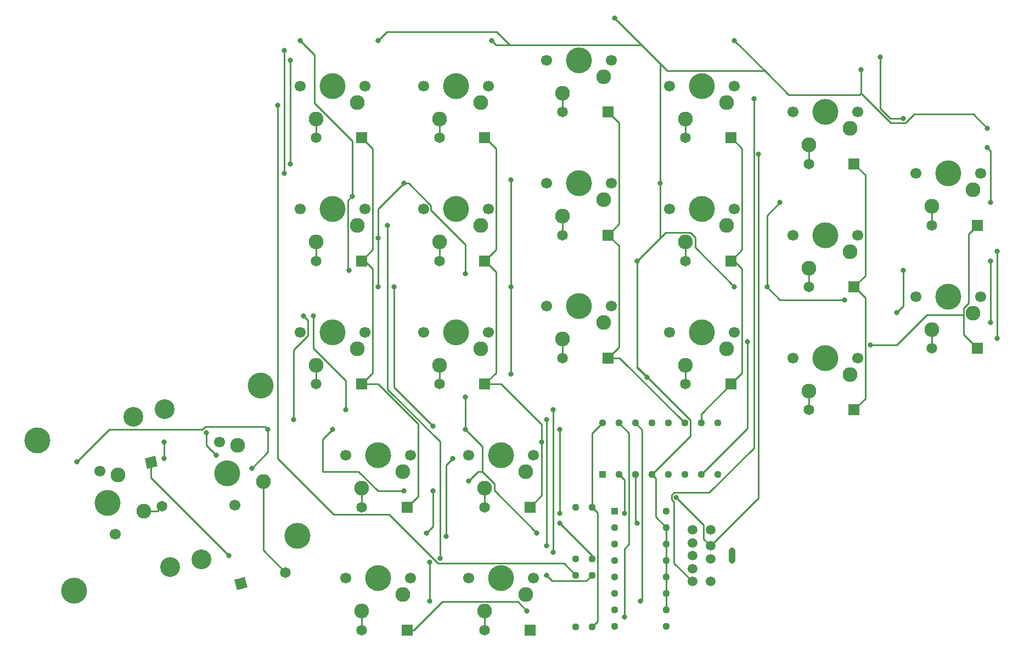
<source format=gbr>
%TF.GenerationSoftware,KiCad,Pcbnew,(5.1.10)-1*%
%TF.CreationDate,2021-06-29T07:08:46-05:00*%
%TF.ProjectId,RightHand,4d696e69-2e6b-4696-9361-645f70636258,rev?*%
%TF.SameCoordinates,Original*%
%TF.FileFunction,Copper,L1,Top*%
%TF.FilePolarity,Positive*%
%FSLAX46Y46*%
G04 Gerber Fmt 4.6, Leading zero omitted, Abs format (unit mm)*
G04 Created by KiCad (PCBNEW (5.1.10)-1) date 2021-06-29 07:08:46*
%MOMM*%
%LPD*%
G01*
G04 APERTURE LIST*
%TA.AperFunction,ComponentPad*%
%ADD10C,3.050000*%
%TD*%
%TA.AperFunction,ComponentPad*%
%ADD11C,4.000000*%
%TD*%
%TA.AperFunction,ComponentPad*%
%ADD12C,1.700000*%
%TD*%
%TA.AperFunction,ComponentPad*%
%ADD13C,2.286000*%
%TD*%
%TA.AperFunction,ComponentPad*%
%ADD14C,1.651000*%
%TD*%
%TA.AperFunction,ComponentPad*%
%ADD15C,0.100000*%
%TD*%
%TA.AperFunction,ComponentPad*%
%ADD16R,1.651000X1.651000*%
%TD*%
%TA.AperFunction,ComponentPad*%
%ADD17C,1.130000*%
%TD*%
%TA.AperFunction,ComponentPad*%
%ADD18C,1.500000*%
%TD*%
%TA.AperFunction,ComponentPad*%
%ADD19O,1.000000X2.500000*%
%TD*%
%TA.AperFunction,ComponentPad*%
%ADD20R,1.130000X1.130000*%
%TD*%
%TA.AperFunction,ViaPad*%
%ADD21C,0.800000*%
%TD*%
%TA.AperFunction,Conductor*%
%ADD22C,0.250000*%
%TD*%
G04 APERTURE END LIST*
D10*
%TO.P,KT2_2,HOLE*%
%TO.N,N/C*%
X74936629Y-87772009D03*
X69240450Y-64581322D03*
D11*
X60136543Y-91407259D03*
X54440364Y-68216572D03*
X65290600Y-77846400D03*
D12*
%TO.P,KT2_2,POST*%
X66483267Y-82702071D03*
X64097933Y-72990729D03*
D13*
%TO.P,KT2_2,1*%
%TO.N,C2*%
X66848469Y-73540503D03*
%TO.P,KT2_2,2*%
%TO.N,Net-(KT2_2-Pad2)*%
X70829837Y-79101331D03*
D14*
%TO.P,KT2_2,3*%
X73665549Y-78404813D03*
%TA.AperFunction,ComponentPad*%
D15*
%TO.P,KT2_2,4*%
%TO.N,R0*%
G36*
X72994396Y-72211635D02*
G01*
X71391053Y-72605454D01*
X70997234Y-71002111D01*
X72600577Y-70608292D01*
X72994396Y-72211635D01*
G37*
%TD.AperFunction*%
%TD*%
D11*
%TO.P,KT2_1,HOLE*%
%TO.N,N/C*%
X88896257Y-59753541D03*
X94592436Y-82944228D03*
D10*
X79792350Y-86579478D03*
X74096171Y-63388791D03*
D11*
X83742200Y-73314400D03*
D12*
%TO.P,KT2_1,POST*%
X84934867Y-78170071D03*
X82549533Y-68458729D03*
D13*
%TO.P,KT2_1,1*%
%TO.N,C2*%
X85300069Y-69008503D03*
%TO.P,KT2_1,2*%
%TO.N,Net-(KT2_1-Pad2)*%
X89281437Y-74569331D03*
D14*
%TO.P,KT2_1,3*%
X92730631Y-88611933D03*
%TA.AperFunction,ComponentPad*%
D15*
%TO.P,KT2_1,4*%
%TO.N,R1*%
G36*
X86853581Y-90905512D02*
G01*
X85250238Y-91299331D01*
X84856419Y-89695988D01*
X86459762Y-89302169D01*
X86853581Y-90905512D01*
G37*
%TD.AperFunction*%
%TD*%
D11*
%TO.P,KBACK1,HOLE*%
%TO.N,N/C*%
X195000000Y-27000000D03*
D12*
%TO.P,KBACK1,POST*%
X190000000Y-27000000D03*
X200000000Y-27000000D03*
D13*
%TO.P,KBACK1,1*%
%TO.N,C0*%
X198810000Y-29540000D03*
%TO.P,KBACK1,2*%
%TO.N,Net-(KBACKSPACE1-Pad2)*%
X192460000Y-32080000D03*
D14*
%TO.P,KBACK1,3*%
X192460000Y-35000000D03*
D16*
%TO.P,KBACK1,4*%
%TO.N,R7*%
X199460000Y-35000000D03*
%TD*%
D11*
%TO.P,KCOMMA1,HOLE*%
%TO.N,N/C*%
X138000000Y-47500000D03*
D12*
%TO.P,KCOMMA1,POST*%
X133000000Y-47500000D03*
X143000000Y-47500000D03*
D13*
%TO.P,KCOMMA1,1*%
%TO.N,C2*%
X141810000Y-50040000D03*
%TO.P,KCOMMA1,2*%
%TO.N,Net-(KCOMMA1-Pad2)*%
X135460000Y-52580000D03*
D14*
%TO.P,KCOMMA1,3*%
X135460000Y-55500000D03*
D16*
%TO.P,KCOMMA1,4*%
%TO.N,R4*%
X142460000Y-55500000D03*
%TD*%
D11*
%TO.P,KENTER1,HOLE*%
%TO.N,N/C*%
X195000000Y-46000000D03*
D12*
%TO.P,KENTER1,POST*%
X190000000Y-46000000D03*
X200000000Y-46000000D03*
D13*
%TO.P,KENTER1,1*%
%TO.N,C1*%
X198810000Y-48540000D03*
%TO.P,KENTER1,2*%
%TO.N,Net-(KENTER1-Pad2)*%
X192460000Y-51080000D03*
D14*
%TO.P,KENTER1,3*%
X192460000Y-54000000D03*
D16*
%TO.P,KENTER1,4*%
%TO.N,R7*%
X199460000Y-54000000D03*
%TD*%
D11*
%TO.P,KFSLASH1,HOLE*%
%TO.N,N/C*%
X176000000Y-55500000D03*
D12*
%TO.P,KFSLASH1,POST*%
X171000000Y-55500000D03*
X181000000Y-55500000D03*
D13*
%TO.P,KFSLASH1,1*%
%TO.N,C2*%
X179810000Y-58040000D03*
%TO.P,KFSLASH1,2*%
%TO.N,Net-(KFSLASH1-Pad2)*%
X173460000Y-60580000D03*
D14*
%TO.P,KFSLASH1,3*%
X173460000Y-63500000D03*
D16*
%TO.P,KFSLASH1,4*%
%TO.N,R6*%
X180460000Y-63500000D03*
%TD*%
D11*
%TO.P,KH1,HOLE*%
%TO.N,N/C*%
X100000000Y-32500000D03*
D12*
%TO.P,KH1,POST*%
X95000000Y-32500000D03*
X105000000Y-32500000D03*
D13*
%TO.P,KH1,1*%
%TO.N,C1*%
X103810000Y-35040000D03*
%TO.P,KH1,2*%
%TO.N,Net-(KH1-Pad2)*%
X97460000Y-37580000D03*
D14*
%TO.P,KH1,3*%
X97460000Y-40500000D03*
D16*
%TO.P,KH1,4*%
%TO.N,R2*%
X104460000Y-40500000D03*
%TD*%
D11*
%TO.P,KI1,HOLE*%
%TO.N,N/C*%
X138000000Y-9500000D03*
D12*
%TO.P,KI1,POST*%
X133000000Y-9500000D03*
X143000000Y-9500000D03*
D13*
%TO.P,KI1,1*%
%TO.N,C0*%
X141810000Y-12040000D03*
%TO.P,KI1,2*%
%TO.N,Net-(KI1-Pad2)*%
X135460000Y-14580000D03*
D14*
%TO.P,KI1,3*%
X135460000Y-17500000D03*
D16*
%TO.P,KI1,4*%
%TO.N,R4*%
X142460000Y-17500000D03*
%TD*%
D11*
%TO.P,KJ1,HOLE*%
%TO.N,N/C*%
X119000000Y-32500000D03*
D12*
%TO.P,KJ1,POST*%
X114000000Y-32500000D03*
X124000000Y-32500000D03*
D13*
%TO.P,KJ1,1*%
%TO.N,C1*%
X122810000Y-35040000D03*
%TO.P,KJ1,2*%
%TO.N,Net-(KJ1-Pad2)*%
X116460000Y-37580000D03*
D14*
%TO.P,KJ1,3*%
X116460000Y-40500000D03*
D16*
%TO.P,KJ1,4*%
%TO.N,R3*%
X123460000Y-40500000D03*
%TD*%
D11*
%TO.P,KK1,HOLE*%
%TO.N,N/C*%
X138000000Y-28500000D03*
D12*
%TO.P,KK1,POST*%
X133000000Y-28500000D03*
X143000000Y-28500000D03*
D13*
%TO.P,KK1,1*%
%TO.N,C1*%
X141810000Y-31040000D03*
%TO.P,KK1,2*%
%TO.N,Net-(KK1-Pad2)*%
X135460000Y-33580000D03*
D14*
%TO.P,KK1,3*%
X135460000Y-36500000D03*
D16*
%TO.P,KK1,4*%
%TO.N,R4*%
X142460000Y-36500000D03*
%TD*%
D11*
%TO.P,KL1,HOLE*%
%TO.N,N/C*%
X157000000Y-32500000D03*
D12*
%TO.P,KL1,POST*%
X152000000Y-32500000D03*
X162000000Y-32500000D03*
D13*
%TO.P,KL1,1*%
%TO.N,C1*%
X160810000Y-35040000D03*
%TO.P,KL1,2*%
%TO.N,Net-(KL1-Pad2)*%
X154460000Y-37580000D03*
D14*
%TO.P,KL1,3*%
X154460000Y-40500000D03*
D16*
%TO.P,KL1,4*%
%TO.N,R5*%
X161460000Y-40500000D03*
%TD*%
D11*
%TO.P,KM1,HOLE*%
%TO.N,N/C*%
X119000000Y-51500000D03*
D12*
%TO.P,KM1,POST*%
X114000000Y-51500000D03*
X124000000Y-51500000D03*
D13*
%TO.P,KM1,1*%
%TO.N,C2*%
X122810000Y-54040000D03*
%TO.P,KM1,2*%
%TO.N,Net-(KM1-Pad2)*%
X116460000Y-56580000D03*
D14*
%TO.P,KM1,3*%
X116460000Y-59500000D03*
D16*
%TO.P,KM1,4*%
%TO.N,R3*%
X123460000Y-59500000D03*
%TD*%
D11*
%TO.P,KN1,HOLE*%
%TO.N,N/C*%
X100000000Y-51500000D03*
D12*
%TO.P,KN1,POST*%
X95000000Y-51500000D03*
X105000000Y-51500000D03*
D13*
%TO.P,KN1,1*%
%TO.N,C2*%
X103810000Y-54040000D03*
%TO.P,KN1,2*%
%TO.N,Net-(KN1-Pad2)*%
X97460000Y-56580000D03*
D14*
%TO.P,KN1,3*%
X97460000Y-59500000D03*
D16*
%TO.P,KN1,4*%
%TO.N,R2*%
X104460000Y-59500000D03*
%TD*%
D11*
%TO.P,KO1,HOLE*%
%TO.N,N/C*%
X157000000Y-13500000D03*
D12*
%TO.P,KO1,POST*%
X152000000Y-13500000D03*
X162000000Y-13500000D03*
D13*
%TO.P,KO1,1*%
%TO.N,C0*%
X160810000Y-16040000D03*
%TO.P,KO1,2*%
%TO.N,Net-(KO1-Pad2)*%
X154460000Y-18580000D03*
D14*
%TO.P,KO1,3*%
X154460000Y-21500000D03*
D16*
%TO.P,KO1,4*%
%TO.N,R5*%
X161460000Y-21500000D03*
%TD*%
D11*
%TO.P,KP1,HOLE*%
%TO.N,N/C*%
X176000000Y-17500000D03*
D12*
%TO.P,KP1,POST*%
X171000000Y-17500000D03*
X181000000Y-17500000D03*
D13*
%TO.P,KP1,1*%
%TO.N,C0*%
X179810000Y-20040000D03*
%TO.P,KP1,2*%
%TO.N,Net-(KP1-Pad2)*%
X173460000Y-22580000D03*
D14*
%TO.P,KP1,3*%
X173460000Y-25500000D03*
D16*
%TO.P,KP1,4*%
%TO.N,R6*%
X180460000Y-25500000D03*
%TD*%
D11*
%TO.P,KPERIOD1,HOLE*%
%TO.N,N/C*%
X157000000Y-51500000D03*
D12*
%TO.P,KPERIOD1,POST*%
X152000000Y-51500000D03*
X162000000Y-51500000D03*
D13*
%TO.P,KPERIOD1,1*%
%TO.N,C2*%
X160810000Y-54040000D03*
%TO.P,KPERIOD1,2*%
%TO.N,Net-(KPERIOD1-Pad2)*%
X154460000Y-56580000D03*
D14*
%TO.P,KPERIOD1,3*%
X154460000Y-59500000D03*
D16*
%TO.P,KPERIOD1,4*%
%TO.N,R5*%
X161460000Y-59500000D03*
%TD*%
D11*
%TO.P,KCOLON1,HOLE*%
%TO.N,N/C*%
X176000000Y-36500000D03*
D12*
%TO.P,KCOLON1,POST*%
X171000000Y-36500000D03*
X181000000Y-36500000D03*
D13*
%TO.P,KCOLON1,1*%
%TO.N,C1*%
X179810000Y-39040000D03*
%TO.P,KCOLON1,2*%
%TO.N,Net-(KSEMICOLON1-Pad2)*%
X173460000Y-41580000D03*
D14*
%TO.P,KCOLON1,3*%
X173460000Y-44500000D03*
D16*
%TO.P,KCOLON1,4*%
%TO.N,R6*%
X180460000Y-44500000D03*
%TD*%
D11*
%TO.P,KTG_A1,HOLE*%
%TO.N,N/C*%
X107000000Y-70500000D03*
D12*
%TO.P,KTG_A1,POST*%
X102000000Y-70500000D03*
X112000000Y-70500000D03*
D13*
%TO.P,KTG_A1,1*%
%TO.N,C3*%
X110810000Y-73040000D03*
%TO.P,KTG_A1,2*%
%TO.N,Net-(KTG_A1-Pad2)*%
X104460000Y-75580000D03*
D14*
%TO.P,KTG_A1,3*%
X104460000Y-78500000D03*
D16*
%TO.P,KTG_A1,4*%
%TO.N,R2*%
X111460000Y-78500000D03*
%TD*%
D11*
%TO.P,KTG_B1,HOLE*%
%TO.N,N/C*%
X126000000Y-70500000D03*
D12*
%TO.P,KTG_B1,POST*%
X121000000Y-70500000D03*
X131000000Y-70500000D03*
D13*
%TO.P,KTG_B1,1*%
%TO.N,C3*%
X129810000Y-73040000D03*
%TO.P,KTG_B1,2*%
%TO.N,Net-(KTG_B1-Pad2)*%
X123460000Y-75580000D03*
D14*
%TO.P,KTG_B1,3*%
X123460000Y-78500000D03*
D16*
%TO.P,KTG_B1,4*%
%TO.N,R3*%
X130460000Y-78500000D03*
%TD*%
D11*
%TO.P,KTG_C1,HOLE*%
%TO.N,N/C*%
X107000000Y-89500000D03*
D12*
%TO.P,KTG_C1,POST*%
X102000000Y-89500000D03*
X112000000Y-89500000D03*
D13*
%TO.P,KTG_C1,1*%
%TO.N,C3*%
X110810000Y-92040000D03*
%TO.P,KTG_C1,2*%
%TO.N,Net-(KTG_C1-Pad2)*%
X104460000Y-94580000D03*
D14*
%TO.P,KTG_C1,3*%
X104460000Y-97500000D03*
D16*
%TO.P,KTG_C1,4*%
%TO.N,R1*%
X111460000Y-97500000D03*
%TD*%
D11*
%TO.P,KTG_D1,HOLE*%
%TO.N,N/C*%
X126000000Y-89500000D03*
D12*
%TO.P,KTG_D1,POST*%
X121000000Y-89500000D03*
X131000000Y-89500000D03*
D13*
%TO.P,KTG_D1,1*%
%TO.N,C3*%
X129810000Y-92040000D03*
%TO.P,KTG_D1,2*%
%TO.N,Net-(KTG_D1-Pad2)*%
X123460000Y-94580000D03*
D14*
%TO.P,KTG_D1,3*%
X123460000Y-97500000D03*
D16*
%TO.P,KTG_D1,4*%
%TO.N,R0*%
X130460000Y-97500000D03*
%TD*%
D11*
%TO.P,KU1,HOLE*%
%TO.N,N/C*%
X119000000Y-13500000D03*
D12*
%TO.P,KU1,POST*%
X114000000Y-13500000D03*
X124000000Y-13500000D03*
D13*
%TO.P,KU1,1*%
%TO.N,C0*%
X122810000Y-16040000D03*
%TO.P,KU1,2*%
%TO.N,Net-(KU1-Pad2)*%
X116460000Y-18580000D03*
D14*
%TO.P,KU1,3*%
X116460000Y-21500000D03*
D16*
%TO.P,KU1,4*%
%TO.N,R3*%
X123460000Y-21500000D03*
%TD*%
D11*
%TO.P,KY1,HOLE*%
%TO.N,N/C*%
X100000000Y-13500000D03*
D12*
%TO.P,KY1,POST*%
X95000000Y-13500000D03*
X105000000Y-13500000D03*
D13*
%TO.P,KY1,1*%
%TO.N,C0*%
X103810000Y-16040000D03*
%TO.P,KY1,2*%
%TO.N,Net-(KY1-Pad2)*%
X97460000Y-18580000D03*
D14*
%TO.P,KY1,3*%
X97460000Y-21500000D03*
D16*
%TO.P,KY1,4*%
%TO.N,R2*%
X104460000Y-21500000D03*
%TD*%
D17*
%TO.P,R0,2*%
%TO.N,C0*%
X137500000Y-89000000D03*
%TO.P,R0,1*%
%TO.N,VCC*%
X137500000Y-97000000D03*
%TD*%
%TO.P,R1,2*%
%TO.N,VCC*%
X140000000Y-97000000D03*
%TO.P,R1,1*%
%TO.N,C1*%
X140000000Y-89000000D03*
%TD*%
%TO.P,R2,2*%
%TO.N,VCC*%
X140000000Y-78500000D03*
%TO.P,R2,1*%
%TO.N,C2*%
X140000000Y-86500000D03*
%TD*%
%TO.P,R3,2*%
%TO.N,VCC*%
X137500000Y-78500000D03*
%TO.P,R3,1*%
%TO.N,C3*%
X137500000Y-86500000D03*
%TD*%
D18*
%TO.P,UD9,7*%
%TO.N,S1*%
X155500000Y-82000000D03*
%TO.P,UD9,4*%
%TO.N,S2*%
X155500000Y-84000000D03*
%TO.P,UD9,5*%
%TO.N,SH_LD*%
X155500000Y-86000000D03*
%TO.P,UD9,8*%
%TO.N,CLK_C*%
X155500000Y-88000000D03*
%TO.P,UD9,9*%
%TO.N,CLK_L*%
X155500000Y-90000000D03*
%TO.P,UD9,6*%
%TO.N,GND*%
X158300000Y-90000000D03*
%TO.P,UD9,3*%
%TO.N,VCC*%
X158300000Y-82000000D03*
%TO.P,UD9,1*%
%TO.N,S0_DL*%
X158300000Y-84500000D03*
%TO.P,UD9,2*%
%TO.N,RX*%
X158300000Y-86500000D03*
D19*
%TO.P,UD9,HOLE*%
%TO.N,N/C*%
X161650000Y-86000000D03*
%TD*%
D17*
%TO.P,UDEMUX1,16*%
%TO.N,VCC*%
X141610000Y-65530000D03*
%TO.P,UDEMUX1,15*%
%TO.N,R0*%
X144150000Y-65530000D03*
%TO.P,UDEMUX1,14*%
%TO.N,R1*%
X146690000Y-65530000D03*
%TO.P,UDEMUX1,13*%
%TO.N,R2*%
X149230000Y-65530000D03*
%TO.P,UDEMUX1,12*%
%TO.N,R3*%
X151770000Y-65530000D03*
%TO.P,UDEMUX1,11*%
%TO.N,R4*%
X154310000Y-65530000D03*
%TO.P,UDEMUX1,10*%
%TO.N,R5*%
X156850000Y-65530000D03*
%TO.P,UDEMUX1,9*%
%TO.N,R6*%
X159390000Y-65530000D03*
%TO.P,UDEMUX1,8*%
%TO.N,GND*%
X159390000Y-73470000D03*
%TO.P,UDEMUX1,7*%
%TO.N,R7*%
X156850000Y-73470000D03*
%TO.P,UDEMUX1,6*%
%TO.N,VCC*%
X154310000Y-73470000D03*
%TO.P,UDEMUX1,5*%
%TO.N,GND*%
X151770000Y-73470000D03*
%TO.P,UDEMUX1,4*%
X149230000Y-73470000D03*
%TO.P,UDEMUX1,3*%
%TO.N,S2*%
X146690000Y-73470000D03*
%TO.P,UDEMUX1,2*%
%TO.N,S1*%
X144150000Y-73470000D03*
D20*
%TO.P,UDEMUX1,1*%
%TO.N,S0_DL*%
X141610000Y-73470000D03*
%TD*%
D17*
%TO.P,UREG1,16*%
%TO.N,VCC*%
X151470000Y-79110000D03*
%TO.P,UREG1,15*%
%TO.N,GND*%
X151470000Y-81650000D03*
%TO.P,UREG1,14*%
X151470000Y-84190000D03*
%TO.P,UREG1,13*%
X151470000Y-86730000D03*
%TO.P,UREG1,12*%
X151470000Y-89270000D03*
%TO.P,UREG1,11*%
X151470000Y-91810000D03*
%TO.P,UREG1,10*%
X151470000Y-94350000D03*
%TO.P,UREG1,9*%
%TO.N,RX*%
X151470000Y-96890000D03*
%TO.P,UREG1,8*%
%TO.N,GND*%
X143530000Y-96890000D03*
%TO.P,UREG1,7*%
%TO.N,Net-(UREG1-Pad7)*%
X143530000Y-94350000D03*
%TO.P,UREG1,6*%
%TO.N,C0*%
X143530000Y-91810000D03*
%TO.P,UREG1,5*%
%TO.N,C1*%
X143530000Y-89270000D03*
%TO.P,UREG1,4*%
%TO.N,C2*%
X143530000Y-86730000D03*
%TO.P,UREG1,3*%
%TO.N,C3*%
X143530000Y-84190000D03*
%TO.P,UREG1,2*%
%TO.N,CLK_C*%
X143530000Y-81650000D03*
D20*
%TO.P,UREG1,1*%
%TO.N,SH_LD*%
X143530000Y-79110000D03*
%TD*%
D21*
%TO.N,C0*%
X91500000Y-16500000D03*
%TO.N,R7*%
X183000000Y-53500000D03*
X164000000Y-53000000D03*
%TO.N,VCC*%
X184500000Y-9000000D03*
X188000000Y-18500000D03*
X80500000Y-67000000D03*
X82000000Y-70500000D03*
X118500000Y-71000000D03*
X117500000Y-83000000D03*
X103000000Y-30500000D03*
X102500000Y-42000000D03*
X95000000Y-6500000D03*
X115500000Y-66000000D03*
X109500000Y-44500000D03*
%TO.N,GND*%
X201000000Y-20000000D03*
X181500000Y-11000000D03*
X162000000Y-6500000D03*
X143500000Y-3000000D03*
X124500000Y-6500000D03*
X107000000Y-6500000D03*
X150500000Y-28500000D03*
X147000000Y-40500000D03*
X162000000Y-44500000D03*
X167000000Y-44500000D03*
X169000000Y-31500000D03*
X179000000Y-46500000D03*
X187000000Y-48500000D03*
X188000000Y-42000000D03*
X148500000Y-58500000D03*
X127500000Y-58000000D03*
X127500000Y-44500000D03*
X120500000Y-61500000D03*
X120500000Y-66500000D03*
X120500000Y-42500000D03*
X111000000Y-28500000D03*
X107000000Y-44500000D03*
X107000000Y-37000000D03*
X127500000Y-28000000D03*
X131500000Y-82500000D03*
X114500000Y-82500000D03*
X115500000Y-76000000D03*
X121000000Y-74500000D03*
X111000000Y-76000000D03*
X100000000Y-66500000D03*
X90000000Y-66500000D03*
X87500000Y-72500000D03*
X60500000Y-71500000D03*
%TO.N,CLK_L*%
X165000000Y-15500000D03*
%TO.N,S0_DL*%
X153000000Y-77000000D03*
X201000000Y-23000000D03*
X201500000Y-31500000D03*
X165725000Y-24000000D03*
%TO.N,C2*%
X135000000Y-81000000D03*
%TO.N,C1*%
X133000000Y-89000000D03*
X116549154Y-86449999D03*
X108460000Y-35040000D03*
%TO.N,Net-(KENTER1-Pad6)*%
X201500000Y-50000000D03*
X201500000Y-40500000D03*
%TO.N,Net-(KENTER1-Pad7)*%
X202500000Y-52500000D03*
X202500000Y-39000000D03*
%TO.N,Net-(KH1-Pad10)*%
X93500000Y-9500000D03*
X93500000Y-25500000D03*
%TO.N,Net-(KH1-Pad9)*%
X92500000Y-8000000D03*
X92500000Y-27000000D03*
%TO.N,R2*%
X135000000Y-79500000D03*
X135000000Y-66500000D03*
%TO.N,R3*%
X132275000Y-68500000D03*
%TO.N,Net-(KN1-Pad7)*%
X97000000Y-49000000D03*
X102000000Y-63500000D03*
%TO.N,Net-(KN1-Pad6)*%
X95500000Y-49000000D03*
X94000000Y-65000000D03*
%TO.N,Net-(KT2_1-Pad6)*%
X74000000Y-71000000D03*
X74000000Y-68500000D03*
%TO.N,R1*%
X147500000Y-93000000D03*
X130000000Y-94500000D03*
%TO.N,R0*%
X84000000Y-86000000D03*
X115000000Y-87000000D03*
X115000000Y-93000000D03*
X145000000Y-95500000D03*
%TO.N,Net-(KTG_B1-Pad7)*%
X134000000Y-63500000D03*
X134000000Y-85500000D03*
%TO.N,Net-(KTG_B1-Pad6)*%
X133000000Y-65000000D03*
X133000000Y-84500000D03*
%TO.N,S2*%
X147000000Y-81000000D03*
%TO.N,S1*%
X145000000Y-79500000D03*
%TD*%
D22*
%TO.N,C0*%
X108723503Y-79650501D02*
X100150501Y-79650501D01*
X116248001Y-87174999D02*
X108723503Y-79650501D01*
X135674999Y-87174999D02*
X116248001Y-87174999D01*
X137500000Y-89000000D02*
X135674999Y-87174999D01*
X91500000Y-71000000D02*
X91500000Y-16500000D01*
X100150501Y-79650501D02*
X91500000Y-71000000D01*
%TO.N,Net-(KBACKSPACE1-Pad2)*%
X192460000Y-32080000D02*
X192460000Y-35000000D01*
%TO.N,R7*%
X197341999Y-51881999D02*
X199460000Y-54000000D01*
X198105359Y-47071999D02*
X197341999Y-47835359D01*
X198105359Y-36354641D02*
X198105359Y-47071999D01*
X199460000Y-35000000D02*
X198105359Y-36354641D01*
X187005012Y-53500000D02*
X183000000Y-53500000D01*
X191663013Y-48841999D02*
X187005012Y-53500000D01*
X197341999Y-48841999D02*
X191663013Y-48841999D01*
X197341999Y-47835359D02*
X197341999Y-48841999D01*
X197341999Y-48841999D02*
X197341999Y-51881999D01*
X164000000Y-66320000D02*
X156850000Y-73470000D01*
X164000000Y-53000000D02*
X164000000Y-66320000D01*
%TO.N,VCC*%
X140890001Y-79390001D02*
X140000000Y-78500000D01*
X140890001Y-96109999D02*
X140890001Y-79390001D01*
X140000000Y-97000000D02*
X140890001Y-96109999D01*
X140000000Y-67140000D02*
X141610000Y-65530000D01*
X140000000Y-78500000D02*
X140000000Y-67140000D01*
X186005012Y-18500000D02*
X188000000Y-18500000D01*
X184500000Y-16994988D02*
X186005012Y-18500000D01*
X184500000Y-9000000D02*
X184500000Y-16994988D01*
X80500000Y-69000000D02*
X82000000Y-70500000D01*
X80500000Y-67000000D02*
X80500000Y-69000000D01*
X117500000Y-72000000D02*
X117500000Y-83000000D01*
X118500000Y-71000000D02*
X117500000Y-72000000D01*
X102341999Y-41841999D02*
X102500000Y-42000000D01*
X102341999Y-31158001D02*
X102341999Y-41841999D01*
X103000000Y-30500000D02*
X102341999Y-31158001D01*
X103000000Y-21947358D02*
X103000000Y-30500000D01*
X97149990Y-16097348D02*
X103000000Y-21947358D01*
X97149990Y-8649990D02*
X97149990Y-16097348D01*
X95000000Y-6500000D02*
X97149990Y-8649990D01*
X109500000Y-60000000D02*
X109500000Y-44500000D01*
X115500000Y-66000000D02*
X109500000Y-60000000D01*
%TO.N,GND*%
X151470000Y-81650000D02*
X151470000Y-84190000D01*
X151470000Y-84190000D02*
X151470000Y-86730000D01*
X151470000Y-86730000D02*
X151470000Y-89270000D01*
X151470000Y-89270000D02*
X151470000Y-91810000D01*
X151470000Y-91810000D02*
X151470000Y-94350000D01*
X151470000Y-81650000D02*
X149820000Y-80000000D01*
X149820000Y-74060000D02*
X149230000Y-73470000D01*
X149820000Y-80000000D02*
X149820000Y-74060000D01*
X181500000Y-14631398D02*
X181500000Y-11000000D01*
X186093603Y-19225001D02*
X181500000Y-14631398D01*
X188348001Y-19225001D02*
X186093603Y-19225001D01*
X189722992Y-17850010D02*
X188348001Y-19225001D01*
X198850010Y-17850010D02*
X189722992Y-17850010D01*
X201000000Y-20000000D02*
X198850010Y-17850010D01*
X181281388Y-14850010D02*
X170350010Y-14850010D01*
X181500000Y-14631398D02*
X181281388Y-14850010D01*
X166674999Y-11174999D02*
X151674999Y-11174999D01*
X167000000Y-11500000D02*
X166674999Y-11174999D01*
X170350010Y-14850010D02*
X167000000Y-11500000D01*
X167000000Y-11500000D02*
X162000000Y-6500000D01*
X125174999Y-7174999D02*
X124500000Y-6500000D01*
X148500000Y-8000000D02*
X147674999Y-7174999D01*
X148500000Y-8000000D02*
X143500000Y-3000000D01*
X108350010Y-5149990D02*
X107000000Y-6500000D01*
X125299992Y-5149990D02*
X108350010Y-5149990D01*
X127325001Y-7174999D02*
X125299992Y-5149990D01*
X147674999Y-7174999D02*
X127325001Y-7174999D01*
X127325001Y-7174999D02*
X125174999Y-7174999D01*
X150500000Y-10000000D02*
X150500000Y-28500000D01*
X151674999Y-11174999D02*
X150500000Y-10000000D01*
X150500000Y-10000000D02*
X148500000Y-8000000D01*
X150500000Y-37000000D02*
X147000000Y-40500000D01*
X150500000Y-28500000D02*
X150500000Y-37000000D01*
X155200001Y-67499999D02*
X149230000Y-73470000D01*
X155200001Y-65102799D02*
X155200001Y-67499999D01*
X147000000Y-56902798D02*
X155200001Y-65102799D01*
X147000000Y-40500000D02*
X147000000Y-56902798D01*
X155928001Y-38428001D02*
X162000000Y-44500000D01*
X155928001Y-36875359D02*
X155928001Y-38428001D01*
X155164641Y-36111999D02*
X155928001Y-36875359D01*
X151388001Y-36111999D02*
X155164641Y-36111999D01*
X150500000Y-37000000D02*
X151388001Y-36111999D01*
X167000000Y-33500000D02*
X169000000Y-31500000D01*
X167000000Y-44500000D02*
X167000000Y-33500000D01*
X169000000Y-46500000D02*
X179000000Y-46500000D01*
X167000000Y-44500000D02*
X169000000Y-46500000D01*
X188000000Y-47500000D02*
X188000000Y-42000000D01*
X187000000Y-48500000D02*
X188000000Y-47500000D01*
X147000000Y-57000000D02*
X148500000Y-58500000D01*
X147000000Y-56902798D02*
X147000000Y-57000000D01*
X127500000Y-58000000D02*
X127500000Y-44500000D01*
X120500000Y-61500000D02*
X120500000Y-66500000D01*
X111739002Y-28500000D02*
X111000000Y-28500000D01*
X115175001Y-32675001D02*
X115175001Y-31935999D01*
X120500000Y-38000000D02*
X115175001Y-32675001D01*
X115175001Y-31935999D02*
X111739002Y-28500000D01*
X120500000Y-42500000D02*
X120500000Y-38000000D01*
X111000000Y-28500000D02*
X107000000Y-32500000D01*
X107000000Y-37000000D02*
X107000000Y-44500000D01*
X107000000Y-32500000D02*
X107000000Y-37000000D01*
X127500000Y-28000000D02*
X127500000Y-44500000D01*
X124928001Y-75928001D02*
X131500000Y-82500000D01*
X124928001Y-74875359D02*
X124928001Y-75928001D01*
X123111999Y-73059357D02*
X124928001Y-74875359D01*
X123111999Y-69111999D02*
X123111999Y-73059357D01*
X120500000Y-66500000D02*
X123111999Y-69111999D01*
X115500000Y-81500000D02*
X115500000Y-76000000D01*
X114500000Y-82500000D02*
X115500000Y-81500000D01*
X122440643Y-73059357D02*
X123111999Y-73059357D01*
X121000000Y-74500000D02*
X122440643Y-73059357D01*
X107000000Y-76000000D02*
X104000000Y-73000000D01*
X111000000Y-76000000D02*
X107000000Y-76000000D01*
X104000000Y-73000000D02*
X102760998Y-73000000D01*
X102760998Y-73000000D02*
X98500000Y-73000000D01*
X98500000Y-68000000D02*
X100000000Y-66500000D01*
X98500000Y-73000000D02*
X98500000Y-68000000D01*
X90000000Y-70000000D02*
X87500000Y-72500000D01*
X90000000Y-66500000D02*
X90000000Y-70000000D01*
X65500000Y-66500000D02*
X60500000Y-71500000D01*
X80326997Y-66100001D02*
X79926998Y-66500000D01*
X79926998Y-66500000D02*
X65500000Y-66500000D01*
X89600001Y-66100001D02*
X80326997Y-66100001D01*
X90000000Y-66500000D02*
X89600001Y-66100001D01*
%TO.N,CLK_L*%
X152651999Y-76274999D02*
X158088591Y-76274999D01*
X165000000Y-69363590D02*
X165000000Y-15500000D01*
X152274999Y-76651999D02*
X152651999Y-76274999D01*
X158088591Y-76274999D02*
X165000000Y-69363590D01*
X152274999Y-77348001D02*
X152274999Y-76651999D01*
X152651999Y-77725001D02*
X152274999Y-77348001D01*
X152651999Y-87151999D02*
X152651999Y-77725001D01*
X155500000Y-90000000D02*
X152651999Y-87151999D01*
%TO.N,S0_DL*%
X157224999Y-83424999D02*
X158300000Y-84500000D01*
X157224999Y-81224999D02*
X157224999Y-83424999D01*
X153000000Y-77000000D02*
X157224999Y-81224999D01*
X201500000Y-23500000D02*
X201500000Y-31500000D01*
X201000000Y-23000000D02*
X201500000Y-23500000D01*
X165725000Y-77075000D02*
X158300000Y-84500000D01*
X165725000Y-24000000D02*
X165725000Y-77075000D01*
%TO.N,R4*%
X142460000Y-17500000D02*
X142500000Y-17500000D01*
X144175001Y-34784999D02*
X142460000Y-36500000D01*
X144175001Y-19175001D02*
X144175001Y-34784999D01*
X142500000Y-17500000D02*
X144175001Y-19175001D01*
X142460000Y-36500000D02*
X142500000Y-36500000D01*
X144175001Y-53784999D02*
X142460000Y-55500000D01*
X144175001Y-38175001D02*
X144175001Y-53784999D01*
X142500000Y-36500000D02*
X144175001Y-38175001D01*
X144280000Y-55500000D02*
X142460000Y-55500000D01*
X154310000Y-65530000D02*
X144280000Y-55500000D01*
%TO.N,Net-(KCOMMA1-Pad2)*%
X135460000Y-52580000D02*
X135460000Y-55500000D01*
%TO.N,C2*%
X140000000Y-86000000D02*
X140000000Y-86500000D01*
X135000000Y-81000000D02*
X140000000Y-86000000D01*
%TO.N,C1*%
X133890001Y-89890001D02*
X133000000Y-89000000D01*
X139109999Y-89890001D02*
X133890001Y-89890001D01*
X140000000Y-89000000D02*
X139109999Y-89890001D01*
X108460000Y-60328602D02*
X108460000Y-35040000D01*
X116549154Y-68417756D02*
X108460000Y-60328602D01*
X116549154Y-86449999D02*
X116549154Y-68417756D01*
%TO.N,Net-(KENTER1-Pad2)*%
X192460000Y-51080000D02*
X192460000Y-54000000D01*
%TO.N,Net-(KENTER1-Pad6)*%
X201500000Y-50000000D02*
X201500000Y-40500000D01*
%TO.N,Net-(KENTER1-Pad7)*%
X202500000Y-52500000D02*
X202500000Y-39000000D01*
%TO.N,R6*%
X182175001Y-42784999D02*
X180460000Y-44500000D01*
X182175001Y-27215001D02*
X182175001Y-42784999D01*
X180460000Y-25500000D02*
X182175001Y-27215001D01*
X180460000Y-44500000D02*
X180500000Y-44500000D01*
X182175001Y-61784999D02*
X180460000Y-63500000D01*
X182175001Y-46175001D02*
X182175001Y-61784999D01*
X180500000Y-44500000D02*
X182175001Y-46175001D01*
%TO.N,Net-(KFSLASH1-Pad2)*%
X173460000Y-60580000D02*
X173460000Y-63500000D01*
%TO.N,Net-(KH1-Pad10)*%
X93500000Y-9500000D02*
X93500000Y-25500000D01*
%TO.N,Net-(KH1-Pad9)*%
X92500000Y-8000000D02*
X92500000Y-27000000D01*
%TO.N,R2*%
X104460000Y-21500000D02*
X104500000Y-21500000D01*
X106175001Y-38784999D02*
X104460000Y-40500000D01*
X106175001Y-23175001D02*
X106175001Y-38784999D01*
X104500000Y-21500000D02*
X106175001Y-23175001D01*
X104460000Y-40500000D02*
X105000000Y-40500000D01*
X106175001Y-57784999D02*
X104460000Y-59500000D01*
X106175001Y-41675001D02*
X106175001Y-57784999D01*
X105000000Y-40500000D02*
X106175001Y-41675001D01*
X135000000Y-79500000D02*
X135000000Y-66500000D01*
X112278001Y-77681999D02*
X112318001Y-77681999D01*
X111460000Y-78500000D02*
X112278001Y-77681999D01*
X106994988Y-59500000D02*
X104460000Y-59500000D01*
X113175001Y-65680013D02*
X106994988Y-59500000D01*
X113175001Y-76824999D02*
X113175001Y-65680013D01*
X112318001Y-77681999D02*
X113175001Y-76824999D01*
%TO.N,Net-(KH1-Pad2)*%
X97460000Y-37580000D02*
X97460000Y-40500000D01*
%TO.N,Net-(KI1-Pad2)*%
X135460000Y-14580000D02*
X135460000Y-17500000D01*
%TO.N,Net-(KJ1-Pad2)*%
X116460000Y-37580000D02*
X116460000Y-40500000D01*
%TO.N,R3*%
X123460000Y-21500000D02*
X123500000Y-21500000D01*
X125175001Y-38784999D02*
X123460000Y-40500000D01*
X125175001Y-23175001D02*
X125175001Y-38784999D01*
X123500000Y-21500000D02*
X125175001Y-23175001D01*
X123460000Y-40500000D02*
X123500000Y-40500000D01*
X125175001Y-57784999D02*
X123460000Y-59500000D01*
X125175001Y-42175001D02*
X125175001Y-57784999D01*
X123500000Y-40500000D02*
X125175001Y-42175001D01*
X132274999Y-76685001D02*
X132274999Y-68500001D01*
X132274999Y-68500001D02*
X132275000Y-68500000D01*
X130460000Y-78500000D02*
X132274999Y-76685001D01*
X125994988Y-59500000D02*
X123460000Y-59500000D01*
X132275000Y-65780012D02*
X125994988Y-59500000D01*
X132275000Y-68500000D02*
X132275000Y-65780012D01*
%TO.N,Net-(KK1-Pad2)*%
X135460000Y-33580000D02*
X135460000Y-36500000D01*
%TO.N,Net-(KL1-Pad2)*%
X154460000Y-37580000D02*
X154460000Y-40500000D01*
%TO.N,Net-(KM1-Pad2)*%
X116460000Y-56580000D02*
X116460000Y-59500000D01*
%TO.N,Net-(KN1-Pad7)*%
X102000000Y-58947358D02*
X102000000Y-63500000D01*
X97000000Y-53947358D02*
X102000000Y-58947358D01*
X97000000Y-49000000D02*
X97000000Y-53947358D01*
%TO.N,Net-(KN1-Pad6)*%
X94000000Y-54239002D02*
X94000000Y-65000000D01*
X96175001Y-52064001D02*
X94000000Y-54239002D01*
X96175001Y-49675001D02*
X96175001Y-52064001D01*
X95500000Y-49000000D02*
X96175001Y-49675001D01*
%TO.N,Net-(KN1-Pad2)*%
X97460000Y-56580000D02*
X97460000Y-59500000D01*
%TO.N,Net-(KO1-Pad2)*%
X154460000Y-18580000D02*
X154460000Y-21500000D01*
%TO.N,Net-(KP1-Pad2)*%
X173460000Y-22580000D02*
X173460000Y-25500000D01*
%TO.N,Net-(KPERIOD1-Pad2)*%
X154460000Y-56580000D02*
X154460000Y-59500000D01*
%TO.N,R5*%
X163175001Y-38784999D02*
X161460000Y-40500000D01*
X163175001Y-23175001D02*
X163175001Y-38784999D01*
X161500000Y-21500000D02*
X163175001Y-23175001D01*
X161460000Y-21500000D02*
X161500000Y-21500000D01*
X161460000Y-21500000D02*
X162000000Y-21500000D01*
X161460000Y-40500000D02*
X162000000Y-40500000D01*
X163175001Y-57784999D02*
X161460000Y-59500000D01*
X163175001Y-41675001D02*
X163175001Y-57784999D01*
X162000000Y-40500000D02*
X163175001Y-41675001D01*
X156850000Y-64110000D02*
X161460000Y-59500000D01*
X156850000Y-65530000D02*
X156850000Y-64110000D01*
%TO.N,Net-(KSEMICOLON1-Pad2)*%
X173460000Y-41580000D02*
X173460000Y-44500000D01*
%TO.N,Net-(KT2_1-Pad6)*%
X74000000Y-71000000D02*
X74000000Y-68500000D01*
%TO.N,R1*%
X147725001Y-92774999D02*
X147500000Y-93000000D01*
X147725001Y-66565001D02*
X147725001Y-92774999D01*
X146690000Y-65530000D02*
X147725001Y-66565001D01*
X112535500Y-97500000D02*
X111460000Y-97500000D01*
X116923501Y-93111999D02*
X112535500Y-97500000D01*
X128611999Y-93111999D02*
X116923501Y-93111999D01*
X130000000Y-94500000D02*
X128611999Y-93111999D01*
%TO.N,Net-(KT2_1-Pad2)*%
X89281437Y-85162739D02*
X92730631Y-88611933D01*
X89281437Y-74569331D02*
X89281437Y-85162739D01*
%TO.N,R0*%
X71995815Y-73995815D02*
X84000000Y-86000000D01*
X71995815Y-71606873D02*
X71995815Y-73995815D01*
X115000000Y-87000000D02*
X115000000Y-93000000D01*
X145725001Y-67105001D02*
X145725001Y-84225001D01*
X144150000Y-65530000D02*
X145725001Y-67105001D01*
X145000000Y-84950002D02*
X145000000Y-95500000D01*
X145725001Y-84225001D02*
X145000000Y-84950002D01*
%TO.N,Net-(KT2_2-Pad2)*%
X72969031Y-79101331D02*
X73665549Y-78404813D01*
X70829837Y-79101331D02*
X72969031Y-79101331D01*
%TO.N,Net-(KTG_A1-Pad2)*%
X104460000Y-75580000D02*
X104460000Y-78500000D01*
%TO.N,Net-(KTG_B1-Pad7)*%
X134000000Y-63500000D02*
X134000000Y-81000000D01*
X134000000Y-81000000D02*
X134000000Y-85500000D01*
%TO.N,Net-(KTG_B1-Pad6)*%
X133000000Y-65000000D02*
X133000000Y-84500000D01*
%TO.N,Net-(KTG_B1-Pad2)*%
X123460000Y-75580000D02*
X123460000Y-78500000D01*
%TO.N,Net-(KTG_C1-Pad2)*%
X104460000Y-94580000D02*
X104460000Y-97500000D01*
%TO.N,Net-(KTG_D1-Pad2)*%
X123460000Y-94580000D02*
X123460000Y-97500000D01*
%TO.N,Net-(KU1-Pad2)*%
X116460000Y-18580000D02*
X116460000Y-21500000D01*
%TO.N,Net-(KY1-Pad2)*%
X97460000Y-18580000D02*
X97460000Y-21500000D01*
%TO.N,S2*%
X146690000Y-80690000D02*
X147000000Y-81000000D01*
X146690000Y-73470000D02*
X146690000Y-80690000D01*
%TO.N,S1*%
X145000000Y-74320000D02*
X145000000Y-79500000D01*
X144150000Y-73470000D02*
X145000000Y-74320000D01*
%TD*%
M02*

</source>
